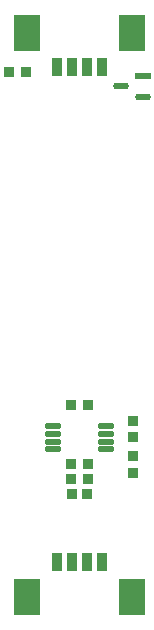
<source format=gbr>
%TF.GenerationSoftware,Altium Limited,Altium Designer,23.10.1 (27)*%
G04 Layer_Color=128*
%FSLAX45Y45*%
%MOMM*%
%TF.SameCoordinates,7A70C931-5BDF-4ABD-901A-901AFED5F3BC*%
%TF.FilePolarity,Positive*%
%TF.FileFunction,Paste,Bot*%
%TF.Part,Single*%
G01*
G75*
%TA.AperFunction,SMDPad,CuDef*%
%ADD14R,0.95814X0.91213*%
%ADD15R,0.91213X0.95814*%
G04:AMPARAMS|DCode=16|XSize=0.45mm|YSize=1.35mm|CornerRadius=0.0495mm|HoleSize=0mm|Usage=FLASHONLY|Rotation=90.000|XOffset=0mm|YOffset=0mm|HoleType=Round|Shape=RoundedRectangle|*
%AMROUNDEDRECTD16*
21,1,0.45000,1.25100,0,0,90.0*
21,1,0.35100,1.35000,0,0,90.0*
1,1,0.09900,0.62550,0.17550*
1,1,0.09900,0.62550,-0.17550*
1,1,0.09900,-0.62550,-0.17550*
1,1,0.09900,-0.62550,0.17550*
%
%ADD16ROUNDEDRECTD16*%
%ADD17R,0.80650X0.86822*%
%TA.AperFunction,ConnectorPad*%
%ADD18R,0.81280X1.60020*%
%ADD19R,2.20980X3.09880*%
%TA.AperFunction,SMDPad,CuDef*%
G04:AMPARAMS|DCode=20|XSize=1.35872mm|YSize=0.58684mm|CornerRadius=0.29342mm|HoleSize=0mm|Usage=FLASHONLY|Rotation=180.000|XOffset=0mm|YOffset=0mm|HoleType=Round|Shape=RoundedRectangle|*
%AMROUNDEDRECTD20*
21,1,1.35872,0.00000,0,0,180.0*
21,1,0.77188,0.58684,0,0,180.0*
1,1,0.58684,-0.38594,0.00000*
1,1,0.58684,0.38594,0.00000*
1,1,0.58684,0.38594,0.00000*
1,1,0.58684,-0.38594,0.00000*
%
%ADD20ROUNDEDRECTD20*%
%ADD21R,1.35872X0.58684*%
%ADD22R,0.81280X1.60020*%
%ADD23R,2.20980X3.09880*%
%ADD24R,0.95872X0.91213*%
D14*
X70200Y1300000D02*
D03*
X-70200D02*
D03*
X70200Y1175000D02*
D03*
X-70200D02*
D03*
X-454800Y4625000D02*
D03*
X-595199D02*
D03*
D15*
X450000Y1670200D02*
D03*
Y1529801D02*
D03*
Y1370199D02*
D03*
Y1229800D02*
D03*
D16*
X222500Y1622500D02*
D03*
Y1557500D02*
D03*
Y1492500D02*
D03*
Y1427500D02*
D03*
X-222500D02*
D03*
Y1492500D02*
D03*
Y1557500D02*
D03*
Y1622500D02*
D03*
D17*
X62586Y1050000D02*
D03*
X-62586D02*
D03*
D18*
X187500Y469400D02*
D03*
X62500D02*
D03*
X-62500D02*
D03*
X-187500D02*
D03*
D19*
X442500Y179400D02*
D03*
X-442500D02*
D03*
D20*
X347329Y4500000D02*
D03*
X532671Y4408500D02*
D03*
D21*
Y4591500D02*
D03*
D22*
X-187500Y4660600D02*
D03*
X-62500D02*
D03*
X62500D02*
D03*
X187500D02*
D03*
D23*
X-442500Y4950600D02*
D03*
X442500D02*
D03*
D24*
X72671Y1800000D02*
D03*
X-72671D02*
D03*
%TF.MD5,f9fb83f2738483f08464ff88f96f4408*%
M02*

</source>
